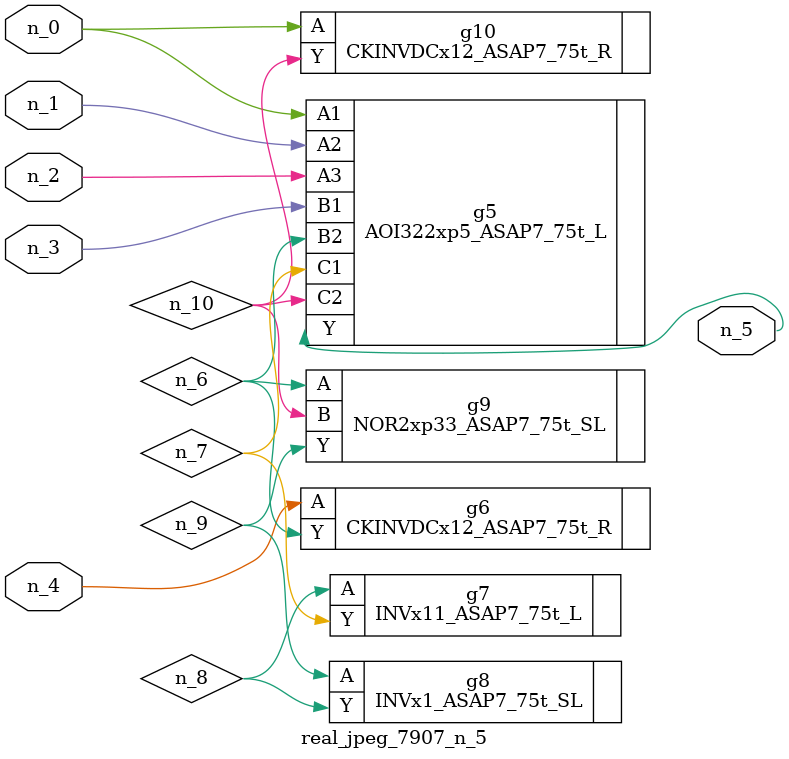
<source format=v>
module real_jpeg_7907_n_5 (n_4, n_0, n_1, n_2, n_3, n_5);

input n_4;
input n_0;
input n_1;
input n_2;
input n_3;

output n_5;

wire n_8;
wire n_6;
wire n_7;
wire n_10;
wire n_9;

AOI322xp5_ASAP7_75t_L g5 ( 
.A1(n_0),
.A2(n_1),
.A3(n_2),
.B1(n_3),
.B2(n_6),
.C1(n_7),
.C2(n_10),
.Y(n_5)
);

CKINVDCx12_ASAP7_75t_R g10 ( 
.A(n_0),
.Y(n_10)
);

CKINVDCx12_ASAP7_75t_R g6 ( 
.A(n_4),
.Y(n_6)
);

NOR2xp33_ASAP7_75t_SL g9 ( 
.A(n_6),
.B(n_10),
.Y(n_9)
);

INVx11_ASAP7_75t_L g7 ( 
.A(n_8),
.Y(n_7)
);

INVx1_ASAP7_75t_SL g8 ( 
.A(n_9),
.Y(n_8)
);


endmodule
</source>
